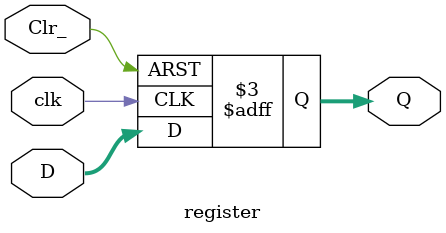
<source format=v>


module register (D,clk,Clr_,Q );
parameter n=16;
input[n-1:0] D;
input clk,Clr_;
output reg [n-1:0] Q;
always @ (negedge Clr_,posedge clk)
if(!Clr_)
Q<=0;
else
Q<=D;

endmodule

</source>
